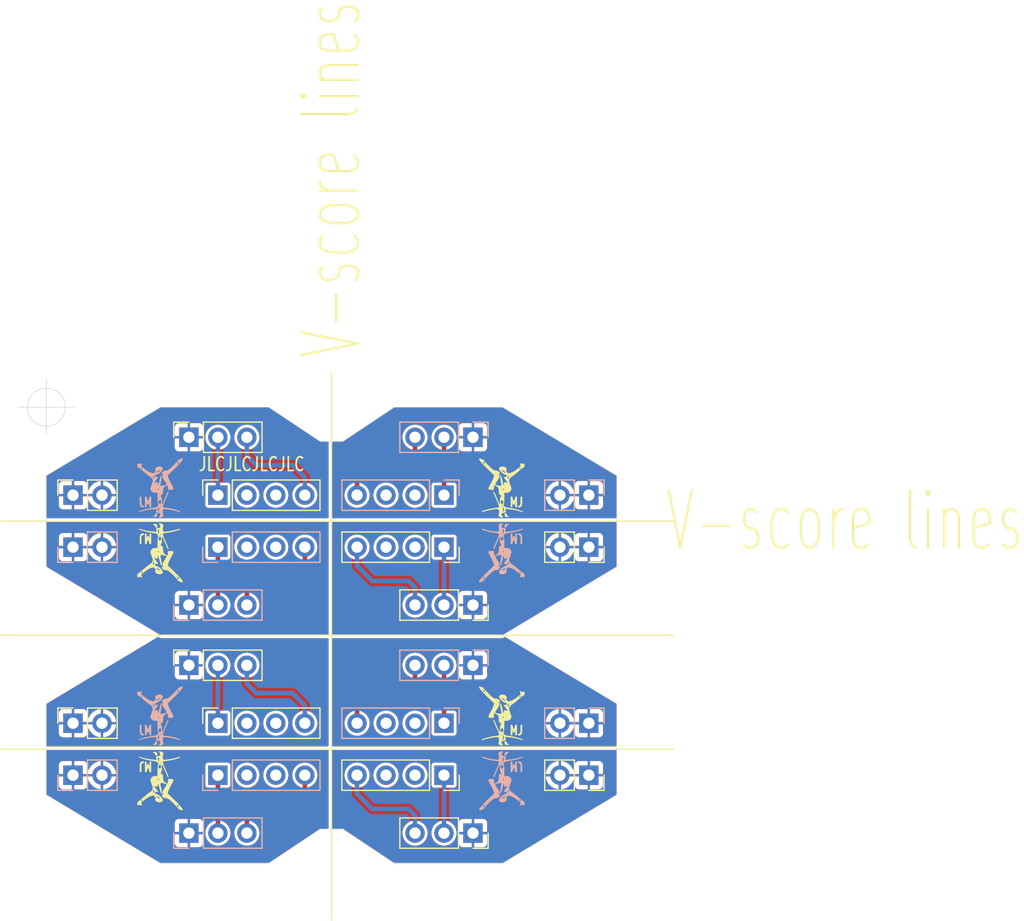
<source format=kicad_pcb>
(kicad_pcb (version 20240108) (generator "pcbnew") (generator_version "8.0")
  (title_block (title "87DC3_201 Bridge board") (date "2020-11-28") (rev "r0.1") (company "MaJo SS2k"))
  (layers (0 "F.Cu" signal) (31 "B.Cu" signal) (34 "B.Paste" user) (35 "F.Paste" user) (36 "B.SilkS" user "B.Silkscreen") (37 "F.SilkS" user "F.Silkscreen") (38 "B.Mask" user) (39 "F.Mask" user) (44 "Edge.Cuts" user))
  (net 0 "")
  (net 1 "Net-(J102-Pad4)")
  (net 2 "Net-(J102-Pad3)")
  (net 3 "Net-(J102-Pad2)")
  (net 4 "Net-(J102-Pad1)")
  (net 5 "Net-(J105-Pad4)")
  (net 6 "Net-(J105-Pad3)")
  (net 7 "Net-(J105-Pad2)")
  (net 8 "Net-(J105-Pad1)")
  (net 9 "Net-(J108-Pad4)")
  (net 10 "Net-(J108-Pad3)")
  (net 11 "Net-(J108-Pad2)")
  (net 12 "Net-(J108-Pad1)")
  (net 13 "Net-(J110-Pad4)")
  (net 14 "Net-(J110-Pad3)")
  (net 15 "Net-(J110-Pad2)")
  (net 16 "Net-(J110-Pad1)")
  (net 17 "/COM_1")
  (net 18 "/COM_2")
  (net 19 "/COM_3")
  (net 20 "/COM_4")
  (footprint "Connector_PinSocket_2.54mm:PinSocket_1x04_P2.54mm_Vertical" (layer "F.Cu") (at 115.04 57.715 90)
    (property "Reference" "J102" (hide yes))
    (property "Value" "Conn_01x04")
    (pad "1" thru_hole rect (at 0 0 90) (size 1.7 1.7) (drill 1) (layers "*.Cu" "*.Mask") (net 4 "Net-(J102-Pad1)"))
    (pad "2" thru_hole oval (at 0 2.54 90) (size 1.7 1.7) (drill 1) (layers "*.Cu" "*.Mask") (net 3 "Net-(J102-Pad2)"))
    (pad "3" thru_hole oval (at 0 5.08 90) (size 1.7 1.7) (drill 1) (layers "*.Cu" "*.Mask") (net 2 "Net-(J102-Pad3)"))
    (pad "4" thru_hole oval (at 0 7.62 90) (size 1.7 1.7) (drill 1) (layers "*.Cu" "*.Mask") (net 1 "Net-(J102-Pad4)"))
  )
  (footprint "Connector_PinSocket_2.54mm:PinSocket_1x03_P2.54mm_Vertical" (layer "F.Cu") (at 112.5 52.635 90)
    (property "Reference" "J103" (hide yes))
    (property "Value" "Conn_01x03")
    (pad "1" thru_hole rect (at 0 0 90) (size 1.7 1.7) (drill 1) (layers "*.Cu" "*.Mask") (net 17 "/COM_1"))
    (pad "2" thru_hole oval (at 0 2.54 90) (size 1.7 1.7) (drill 1) (layers "*.Cu" "*.Mask") (net 4 "Net-(J102-Pad1)"))
    (pad "3" thru_hole oval (at 0 5.08 90) (size 1.7 1.7) (drill 1) (layers "*.Cu" "*.Mask") (net 1 "Net-(J102-Pad4)"))
  )
  (footprint "customlib_mj_fp:MJ_Mini" (layer "F.Cu") (at 139.94 57.08)
    (property "Reference" "Logo102" (hide yes))
    (property "Value" "Logo_MJ" (hide yes))
  )
  (footprint "Connector_PinSocket_2.54mm:PinSocket_1x02_P2.54mm_Vertical" (layer "F.Cu") (at 102.34 57.715 90)
    (property "Reference" "J101" (hide yes))
    (property "Value" "Conn_01x02")
    (pad "1" thru_hole rect (at 0 0 90) (size 1.7 1.7) (drill 1) (layers "*.Cu" "*.Mask") (net 17 "/COM_1"))
    (pad "2" thru_hole oval (at 0 2.54 90) (size 1.7 1.7) (drill 1) (layers "*.Cu" "*.Mask") (net 17 "/COM_1"))
  )
  (footprint "Connector_PinSocket_2.54mm:PinSocket_1x02_P2.54mm_Vertical" (layer "F.Cu") (at 147.56 62.275 -90)
    (property "Reference" "J109" (hide yes))
    (property "Value" "Conn_01x02")
    (pad "1" thru_hole rect (at 0 0 270) (size 1.7 1.7) (drill 1) (layers "*.Cu" "*.Mask") (net 20 "/COM_4"))
    (pad "2" thru_hole oval (at 0 2.54 270) (size 1.7 1.7) (drill 1) (layers "*.Cu" "*.Mask") (net 20 "/COM_4"))
  )
  (footprint "Connector_PinSocket_2.54mm:PinSocket_1x04_P2.54mm_Vertical" (layer "F.Cu") (at 134.86 62.275 -90)
    (property "Reference" "J110" (hide yes))
    (property "Value" "Conn_01x04")
    (pad "1" thru_hole rect (at 0 0 270) (size 1.7 1.7) (drill 1) (layers "*.Cu" "*.Mask") (net 16 "Net-(J110-Pad1)"))
    (pad "2" thru_hole oval (at 0 2.54 270) (size 1.7 1.7) (drill 1) (layers "*.Cu" "*.Mask") (net 15 "Net-(J110-Pad2)"))
    (pad "3" thru_hole oval (at 0 5.08 270) (size 1.7 1.7) (drill 1) (layers "*.Cu" "*.Mask") (net 14 "Net-(J110-Pad3)"))
    (pad "4" thru_hole oval (at 0 7.62 270) (size 1.7 1.7) (drill 1) (layers "*.Cu" "*.Mask") (net 13 "Net-(J110-Pad4)"))
  )
  (footprint "Connector_PinSocket_2.54mm:PinSocket_1x03_P2.54mm_Vertical" (layer "F.Cu") (at 137.4 67.355 -90)
    (property "Reference" "J112" (hide yes))
    (property "Value" "Conn_01x03")
    (pad "1" thru_hole rect (at 0 0 270) (size 1.7 1.7) (drill 1) (layers "*.Cu" "*.Mask") (net 20 "/COM_4"))
    (pad "2" thru_hole oval (at 0 2.54 270) (size 1.7 1.7) (drill 1) (layers "*.Cu" "*.Mask") (net 16 "Net-(J110-Pad1)"))
    (pad "3" thru_hole oval (at 0 5.08 270) (size 1.7 1.7) (drill 1) (layers "*.Cu" "*.Mask") (net 13 "Net-(J110-Pad4)"))
  )
  (footprint "customlib_mj_fp:MJ_Mini" (layer "F.Cu") (at 109.96 62.775 180)
    (property "Reference" "Logo103" (hide yes))
    (property "Value" "Logo_MJ" (hide yes))
  )
  (footprint "Connector_PinSocket_2.54mm:PinSocket_1x04_P2.54mm_Vertical" (layer "F.Cu") (at 115.04 77.715 90)
    (property "Reference" "J102" (hide yes))
    (property "Value" "Conn_01x04")
    (pad "1" thru_hole rect (at 0 0 90) (size 1.7 1.7) (drill 1) (layers "*.Cu" "*.Mask") (net 4 "Net-(J102-Pad1)"))
    (pad "2" thru_hole oval (at 0 2.54 90) (size 1.7 1.7) (drill 1) (layers "*.Cu" "*.Mask") (net 3 "Net-(J102-Pad2)"))
    (pad "3" thru_hole oval (at 0 5.08 90) (size 1.7 1.7) (drill 1) (layers "*.Cu" "*.Mask") (net 2 "Net-(J102-Pad3)"))
    (pad "4" thru_hole oval (at 0 7.62 90) (size 1.7 1.7) (drill 1) (layers "*.Cu" "*.Mask") (net 1 "Net-(J102-Pad4)"))
  )
  (footprint "customlib_mj_fp:MJ_Mini" (layer "F.Cu") (at 139.94 77.08)
    (property "Reference" "Logo102" (hide yes))
    (property "Value" "Logo_MJ" (hide yes))
  )
  (footprint "Connector_PinSocket_2.54mm:PinSocket_1x03_P2.54mm_Vertical" (layer "F.Cu") (at 112.5 72.635 90)
    (property "Reference" "J103" (hide yes))
    (property "Value" "Conn_01x03")
    (pad "1" thru_hole rect (at 0 0 90) (size 1.7 1.7) (drill 1) (layers "*.Cu" "*.Mask") (net 17 "/COM_1"))
    (pad "2" thru_hole oval (at 0 2.54 90) (size 1.7 1.7) (drill 1) (layers "*.Cu" "*.Mask") (net 4 "Net-(J102-Pad1)"))
    (pad "3" thru_hole oval (at 0 5.08 90) (size 1.7 1.7) (drill 1) (layers "*.Cu" "*.Mask") (net 1 "Net-(J102-Pad4)"))
  )
  (footprint "Connector_PinSocket_2.54mm:PinSocket_1x03_P2.54mm_Vertical" (layer "F.Cu") (at 137.4 87.355 -90)
    (property "Reference" "J112" (hide yes))
    (property "Value" "Conn_01x03")
    (pad "1" thru_hole rect (at 0 0 270) (size 1.7 1.7) (drill 1) (layers "*.Cu" "*.Mask") (net 20 "/COM_4"))
    (pad "2" thru_hole oval (at 0 2.54 270) (size 1.7 1.7) (drill 1) (layers "*.Cu" "*.Mask") (net 16 "Net-(J110-Pad1)"))
    (pad "3" thru_hole oval (at 0 5.08 270) (size 1.7 1.7) (drill 1) (layers "*.Cu" "*.Mask") (net 13 "Net-(J110-Pad4)"))
  )
  (footprint "Connector_PinSocket_2.54mm:PinSocket_1x02_P2.54mm_Vertical" (layer "F.Cu") (at 102.34 77.715 90)
    (property "Reference" "J101" (hide yes))
    (property "Value" "Conn_01x02")
    (pad "1" thru_hole rect (at 0 0 90) (size 1.7 1.7) (drill 1) (layers "*.Cu" "*.Mask") (net 17 "/COM_1"))
    (pad "2" thru_hole oval (at 0 2.54 90) (size 1.7 1.7) (drill 1) (layers "*.Cu" "*.Mask") (net 17 "/COM_1"))
  )
  (footprint "Connector_PinSocket_2.54mm:PinSocket_1x04_P2.54mm_Vertical" (layer "F.Cu") (at 134.86 82.275 -90)
    (property "Reference" "J110" (hide yes))
    (property "Value" "Conn_01x04")
    (pad "1" thru_hole rect (at 0 0 270) (size 1.7 1.7) (drill 1) (layers "*.Cu" "*.Mask") (net 16 "Net-(J110-Pad1)"))
    (pad "2" thru_hole oval (at 0 2.54 270) (size 1.7 1.7) (drill 1) (layers "*.Cu" "*.Mask") (net 15 "Net-(J110-Pad2)"))
    (pad "3" thru_hole oval (at 0 5.08 270) (size 1.7 1.7) (drill 1) (layers "*.Cu" "*.Mask") (net 14 "Net-(J110-Pad3)"))
    (pad "4" thru_hole oval (at 0 7.62 270) (size 1.7 1.7) (drill 1) (layers "*.Cu" "*.Mask") (net 13 "Net-(J110-Pad4)"))
  )
  (footprint "Connector_PinSocket_2.54mm:PinSocket_1x02_P2.54mm_Vertical" (layer "F.Cu") (at 147.56 82.275 -90)
    (property "Reference" "J109" (hide yes))
    (property "Value" "Conn_01x02")
    (pad "1" thru_hole rect (at 0 0 270) (size 1.7 1.7) (drill 1) (layers "*.Cu" "*.Mask") (net 20 "/COM_4"))
    (pad "2" thru_hole oval (at 0 2.54 270) (size 1.7 1.7) (drill 1) (layers "*.Cu" "*.Mask") (net 20 "/COM_4"))
  )
  (footprint "customlib_mj_fp:MJ_Mini" (layer "F.Cu") (at 109.96 82.775 180)
    (property "Reference" "Logo103" (hide yes))
    (property "Value" "Logo_MJ" (hide yes))
  )
  (footprint "Connector_PinSocket_2.54mm:PinSocket_1x02_P2.54mm_Vertical" (layer "B.Cu") (at 147.56 57.715 90)
    (property "Reference" "J104" (hide yes))
    (property "Value" "Conn_01x02")
    (pad "1" thru_hole rect (at 0 0 90) (size 1.7 1.7) (drill 1) (layers "*.Cu" "*.Mask") (net 18 "/COM_2"))
    (pad "2" thru_hole oval (at 0 -2.54 90) (size 1.7 1.7) (drill 1) (layers "*.Cu" "*.Mask") (net 18 "/COM_2"))
  )
  (footprint "Connector_PinSocket_2.54mm:PinSocket_1x04_P2.54mm_Vertical" (layer "B.Cu") (at 134.86 57.715 90)
    (property "Reference" "J105" (hide yes))
    (property "Value" "Conn_01x04")
    (pad "1" thru_hole rect (at 0 0 90) (size 1.7 1.7) (drill 1) (layers "*.Cu" "*.Mask") (net 8 "Net-(J105-Pad1)"))
    (pad "2" thru_hole oval (at 0 -2.54 90) (size 1.7 1.7) (drill 1) (layers "*.Cu" "*.Mask") (net 7 "Net-(J105-Pad2)"))
    (pad "3" thru_hole oval (at 0 -5.08 90) (size 1.7 1.7) (drill 1) (layers "*.Cu" "*.Mask") (net 6 "Net-(J105-Pad3)"))
    (pad "4" thru_hole oval (at 0 -7.62 90) (size 1.7 1.7) (drill 1) (layers "*.Cu" "*.Mask") (net 5 "Net-(J105-Pad4)"))
  )
  (footprint "Connector_PinSocket_2.54mm:PinSocket_1x03_P2.54mm_Vertical" (layer "B.Cu") (at 137.4 52.635 90)
    (property "Reference" "J106" (hide yes))
    (property "Value" "Conn_01x03")
    (pad "1" thru_hole rect (at 0 0 90) (size 1.7 1.7) (drill 1) (layers "*.Cu" "*.Mask") (net 18 "/COM_2"))
    (pad "2" thru_hole oval (at 0 -2.54 90) (size 1.7 1.7) (drill 1) (layers "*.Cu" "*.Mask") (net 8 "Net-(J105-Pad1)"))
    (pad "3" thru_hole oval (at 0 -5.08 90) (size 1.7 1.7) (drill 1) (layers "*.Cu" "*.Mask") (net 5 "Net-(J105-Pad4)"))
  )
  (footprint "customlib_mj_fp:MJ_Mini" (layer "B.Cu") (at 109.96 57.08 180)
    (property "Reference" "Logo101" (hide yes))
    (property "Value" "Logo_MJ" (hide yes))
  )
  (footprint "Connector_PinSocket_2.54mm:PinSocket_1x02_P2.54mm_Vertical" (layer "B.Cu") (at 102.34 62.275 -90)
    (property "Reference" "J107" (hide yes))
    (property "Value" "Conn_01x02")
    (pad "1" thru_hole rect (at 0 0 270) (size 1.7 1.7) (drill 1) (layers "*.Cu" "*.Mask") (net 19 "/COM_3"))
    (pad "2" thru_hole oval (at 0 -2.54 270) (size 1.7 1.7) (drill 1) (layers "*.Cu" "*.Mask") (net 19 "/COM_3"))
  )
  (footprint "Connector_PinSocket_2.54mm:PinSocket_1x04_P2.54mm_Vertical" (layer "B.Cu") (at 115.04 62.275 -90)
    (property "Reference" "J108" (hide yes))
    (property "Value" "Conn_01x04")
    (pad "1" thru_hole rect (at 0 0 270) (size 1.7 1.7) (drill 1) (layers "*.Cu" "*.Mask") (net 12 "Net-(J108-Pad1)"))
    (pad "2" thru_hole oval (at 0 -2.54 270) (size 1.7 1.7) (drill 1) (layers "*.Cu" "*.Mask") (net 11 "Net-(J108-Pad2)"))
    (pad "3" thru_hole oval (at 0 -5.08 270) (size 1.7 1.7) (drill 1) (layers "*.Cu" "*.Mask") (net 10 "Net-(J108-Pad3)"))
    (pad "4" thru_hole oval (at 0 -7.62 270) (size 1.7 1.7) (drill 1) (layers "*.Cu" "*.Mask") (net 9 "Net-(J108-Pad4)"))
  )
  (footprint "Connector_PinSocket_2.54mm:PinSocket_1x03_P2.54mm_Vertical" (layer "B.Cu") (at 112.5 67.355 -90)
    (property "Reference" "J111" (hide yes))
    (property "Value" "Conn_01x03")
    (pad "1" thru_hole rect (at 0 0 270) (size 1.7 1.7) (drill 1) (layers "*.Cu" "*.Mask") (net 19 "/COM_3"))
    (pad "2" thru_hole oval (at 0 -2.54 270) (size 1.7 1.7) (drill 1) (layers "*.Cu" "*.Mask") (net 12 "Net-(J108-Pad1)"))
    (pad "3" thru_hole oval (at 0 -5.08 270) (size 1.7 1.7) (drill 1) (layers "*.Cu" "*.Mask") (net 9 "Net-(J108-Pad4)"))
  )
  (footprint "customlib_mj_fp:MJ_Mini" (layer "B.Cu") (at 139.94 62.775)
    (property "Reference" "Logo104" (hide yes))
    (property "Value" "Logo_MJ" (hide yes))
  )
  (footprint "Connector_PinSocket_2.54mm:PinSocket_1x03_P2.54mm_Vertical" (layer "B.Cu") (at 112.5 87.355 -90)
    (property "Reference" "J111" (hide yes))
    (property "Value" "Conn_01x03")
    (pad "1" thru_hole rect (at 0 0 270) (size 1.7 1.7) (drill 1) (layers "*.Cu" "*.Mask") (net 19 "/COM_3"))
    (pad "2" thru_hole oval (at 0 -2.54 270) (size 1.7 1.7) (drill 1) (layers "*.Cu" "*.Mask") (net 12 "Net-(J108-Pad1)"))
    (pad "3" thru_hole oval (at 0 -5.08 270) (size 1.7 1.7) (drill 1) (layers "*.Cu" "*.Mask") (net 9 "Net-(J108-Pad4)"))
  )
  (footprint "Connector_PinSocket_2.54mm:PinSocket_1x02_P2.54mm_Vertical" (layer "B.Cu") (at 102.34 82.275 -90)
    (property "Reference" "J107" (hide yes))
    (property "Value" "Conn_01x02")
    (pad "1" thru_hole rect (at 0 0 270) (size 1.7 1.7) (drill 1) (layers "*.Cu" "*.Mask") (net 19 "/COM_3"))
    (pad "2" thru_hole oval (at 0 -2.54 270) (size 1.7 1.7) (drill 1) (layers "*.Cu" "*.Mask") (net 19 "/COM_3"))
  )
  (footprint "customlib_mj_fp:MJ_Mini" (layer "B.Cu") (at 139.94 82.775)
    (property "Reference" "Logo104" (hide yes))
    (property "Value" "Logo_MJ" (hide yes))
  )
  (footprint "customlib_mj_fp:MJ_Mini" (layer "B.Cu") (at 109.96 77.08 180)
    (property "Reference" "Logo101" (hide yes))
    (property "Value" "Logo_MJ" (hide yes))
  )
  (footprint "Connector_PinSocket_2.54mm:PinSocket_1x03_P2.54mm_Vertical" (layer "B.Cu") (at 137.4 72.635 90)
    (property "Reference" "J106" (hide yes))
    (property "Value" "Conn_01x03")
    (pad "1" thru_hole rect (at 0 0 90) (size 1.7 1.7) (drill 1) (layers "*.Cu" "*.Mask") (net 18 "/COM_2"))
    (pad "2" thru_hole oval (at 0 -2.54 90) (size 1.7 1.7) (drill 1) (layers "*.Cu" "*.Mask") (net 8 "Net-(J105-Pad1)"))
    (pad "3" thru_hole oval (at 0 -5.08 90) (size 1.7 1.7) (drill 1) (layers "*.Cu" "*.Mask") (net 5 "Net-(J105-Pad4)"))
  )
  (footprint "Connector_PinSocket_2.54mm:PinSocket_1x02_P2.54mm_Vertical" (layer "B.Cu") (at 147.56 77.715 90)
    (property "Reference" "J104" (hide yes))
    (property "Value" "Conn_01x02")
    (pad "1" thru_hole rect (at 0 0 90) (size 1.7 1.7) (drill 1) (layers "*.Cu" "*.Mask") (net 18 "/COM_2"))
    (pad "2" thru_hole oval (at 0 -2.54 90) (size 1.7 1.7) (drill 1) (layers "*.Cu" "*.Mask") (net 18 "/COM_2"))
  )
  (footprint "Connector_PinSocket_2.54mm:PinSocket_1x04_P2.54mm_Vertical" (layer "B.Cu") (at 134.86 77.715 90)
    (property "Reference" "J105" (hide yes))
    (property "Value" "Conn_01x04")
    (pad "1" thru_hole rect (at 0 0 90) (size 1.7 1.7) (drill 1) (layers "*.Cu" "*.Mask") (net 8 "Net-(J105-Pad1)"))
    (pad "2" thru_hole oval (at 0 -2.54 90) (size 1.7 1.7) (drill 1) (layers "*.Cu" "*.Mask") (net 7 "Net-(J105-Pad2)"))
    (pad "3" thru_hole oval (at 0 -5.08 90) (size 1.7 1.7) (drill 1) (layers "*.Cu" "*.Mask") (net 6 "Net-(J105-Pad3)"))
    (pad "4" thru_hole oval (at 0 -7.62 90) (size 1.7 1.7) (drill 1) (layers "*.Cu" "*.Mask") (net 5 "Net-(J105-Pad4)"))
  )
  (footprint "Connector_PinSocket_2.54mm:PinSocket_1x04_P2.54mm_Vertical" (layer "B.Cu") (at 115.04 82.275 -90)
    (property "Reference" "J108" (hide yes))
    (property "Value" "Conn_01x04")
    (pad "1" thru_hole rect (at 0 0 270) (size 1.7 1.7) (drill 1) (layers "*.Cu" "*.Mask") (net 12 "Net-(J108-Pad1)"))
    (pad "2" thru_hole oval (at 0 -2.54 270) (size 1.7 1.7) (drill 1) (layers "*.Cu" "*.Mask") (net 11 "Net-(J108-Pad2)"))
    (pad "3" thru_hole oval (at 0 -5.08 270) (size 1.7 1.7) (drill 1) (layers "*.Cu" "*.Mask") (net 10 "Net-(J108-Pad3)"))
    (pad "4" thru_hole oval (at 0 -7.62 270) (size 1.7 1.7) (drill 1) (layers "*.Cu" "*.Mask") (net 9 "Net-(J108-Pad4)"))
  )
  (gr_line (start 96 70) (end 155 70) (stroke (width 0.12)) (layer "F.SilkS"))
  (gr_line (start 96 80) (end 155 80) (stroke (width 0.12)) (layer "F.SilkS"))
  (gr_line (start 125 95) (end 125 47) (stroke (width 0.12)) (layer "F.SilkS"))
  (gr_line (start 96 60) (end 155 60) (stroke (width 0.12)) (layer "F.SilkS"))
  (gr_line (start 100 56) (end 100 64) (stroke (width 0.05)) (layer "Edge.Cuts"))
  (gr_line (start 130.5 50) (end 140 50) (stroke (width 0.05)) (layer "Edge.Cuts"))
  (gr_line (start 100 76) (end 110 70) (stroke (width 0.05)) (layer "Edge.Cuts"))
  (gr_line (start 119.5 90) (end 124 87) (stroke (width 0.05)) (layer "Edge.Cuts"))
  (gr_line (start 150 84) (end 140 90) (stroke (width 0.05)) (layer "Edge.Cuts"))
  (gr_line (start 150 76) (end 140 70) (stroke (width 0.05)) (layer "Edge.Cuts"))
  (gr_line (start 130.5 90) (end 140 90) (stroke (width 0.05)) (layer "Edge.Cuts"))
  (gr_line (start 100 84) (end 110 90) (stroke (width 0.05)) (layer "Edge.Cuts"))
  (gr_line (start 100 76) (end 100 84) (stroke (width 0.05)) (layer "Edge.Cuts"))
  (gr_line (start 126 87) (end 130.5 90) (stroke (width 0.05)) (layer "Edge.Cuts"))
  (gr_line (start 124 87) (end 126 87) (stroke (width 0.05)) (layer "Edge.Cuts"))
  (gr_line (start 119.5 90) (end 110 90) (stroke (width 0.05)) (layer "Edge.Cuts"))
  (gr_line (start 150 84) (end 150 76) (stroke (width 0.05)) (layer "Edge.Cuts"))
  (gr_line (start 126 53) (end 130.5 50) (stroke (width 0.05)) (layer "Edge.Cuts"))
  (gr_line (start 100 56) (end 110 50) (stroke (width 0.05)) (layer "Edge.Cuts"))
  (gr_line (start 150 56) (end 140 50) (stroke (width 0.05)) (layer "Edge.Cuts"))
  (gr_line (start 119.5 50) (end 124 53) (stroke (width 0.05)) (layer "Edge.Cuts"))
  (gr_line (start 119.5 50) (end 110 50) (stroke (width 0.05)) (layer "Edge.Cuts"))
  (gr_line (start 150 64) (end 150 56) (stroke (width 0.05)) (layer "Edge.Cuts"))
  (gr_line (start 124 53) (end 126 53) (stroke (width 0.05)) (layer "Edge.Cuts"))
  (gr_line (start 100 64) (end 110 70) (stroke (width 0.05)) (layer "Edge.Cuts"))
  (gr_line (start 150 64) (end 140 70) (stroke (width 0.05)) (layer "Edge.Cuts"))
  (gr_text "MJ" (at 141.21 61.505 180) (layer "B.SilkS") (effects (font (size 0.8 0.6)) (justify mirror)))
  (gr_text "MJ" (at 108.69 78.35 0) (layer "B.SilkS") (effects (font (size 0.8 0.6)) (justify mirror)))
  (gr_text "MJ" (at 141.21 81.505 180) (layer "B.SilkS") (effects (font (size 0.8 0.6)) (justify mirror)))
  (gr_text "MJ" (at 108.69 58.35 0) (layer "B.SilkS") (effects (font (size 0.8 0.6)) (justify mirror)))
  (gr_text "V-score lines" (at 125 30 90) (layer "F.SilkS") (effects (font (size 5 3) (thickness 0.2))))
  (gr_text "MJ" (at 141.21 58.35 0) (layer "F.SilkS") (effects (font (size 0.8 0.6))))
  (gr_text "MJ" (at 108.69 61.505 180) (layer "F.SilkS") (effects (font (size 0.8 0.6))))
  (gr_text "MJ" (at 141.21 78.35 0) (layer "F.SilkS") (effects (font (size 0.8 0.6))))
  (gr_text "MJ" (at 108.69 81.505 180) (layer "F.SilkS") (effects (font (size 0.8 0.6))))
  (gr_text "JLCJLCJLCJLC" (at 118 55 0) (layer "F.SilkS") (effects (font (size 1.2 0.9))))
  (gr_text "V-score lines" (at 170 60 0) (layer "F.SilkS") (effects (font (size 5 3) (thickness 0.2))))
  (target plus (at 100 50) (size 5) (width 0.05) (layer "Edge.Cuts"))
  (segment (start 121.59 75.08) (end 122.66 76.15) (width 0.4) (layer "B.Cu") (net 1))
  (segment (start 117.58 74.245) (end 118.415 75.08) (width 0.4) (layer "B.Cu") (net 1))
  (segment (start 117.58 72.635) (end 117.58 74.245) (width 0.4) (layer "B.Cu") (net 1))
  (segment (start 122.66 76.15) (end 122.66 77.715) (width 0.4) (layer "B.Cu") (net 1))
  (segment (start 118.415 75.08) (end 121.59 75.08) (width 0.4) (layer "B.Cu") (net 1))
  (segment (start 117.58 52.635) (end 117.58 54.245) (width 0.4) (layer "B.Cu") (net 1))
  (segment (start 117.58 54.245) (end 118.415 55.08) (width 0.4) (layer "B.Cu") (net 1))
  (segment (start 118.415 55.08) (end 121.59 55.08) (width 0.4) (layer "B.Cu") (net 1))
  (segment (start 121.59 55.08) (end 122.66 56.15) (width 0.4) (layer "B.Cu") (net 1))
  (segment (start 122.66 56.15) (end 122.66 57.715) (width 0.4) (layer "B.Cu") (net 1))
  (segment (start 115.04 72.635) (end 115.04 77.715) (width 0.4) (layer "B.Cu") (net 4))
  (segment (start 115.04 52.635) (end 115.04 57.715) (width 0.4) (layer "B.Cu") (net 4))
  (segment (start 131.75 75.08) (end 127.94 75.08) (width 0.4) (layer "F.Cu") (net 5))
  (segment (start 127.24 75.78) (end 127.24 77.715) (width 0.4) (layer "F.Cu") (net 5))
  (segment (start 127.94 75.08) (end 127.24 75.78) (width 0.4) (layer "F.Cu") (net 5))
  (segment (start 132.32 74.51) (end 131.75 75.08) (width 0.4) (layer "F.Cu") (net 5))
  (segment (start 132.32 72.635) (end 132.32 74.51) (width 0.4) (layer "F.Cu") (net 5))
  (segment (start 132.32 54.51) (end 131.75 55.08) (width 0.4) (layer "F.Cu") (net 5))
  (segment (start 127.94 55.08) (end 127.24 55.78) (width 0.4) (layer "F.Cu") (net 5))
  (segment (start 132.32 52.635) (end 132.32 54.51) (width 0.4) (layer "F.Cu") (net 5))
  (segment (start 131.75 55.08) (end 127.94 55.08) (width 0.4) (layer "F.Cu") (net 5))
  (segment (start 127.24 55.78) (end 127.24 57.715) (width 0.4) (layer "F.Cu") (net 5))
  (segment (start 134.86 72.635) (end 134.86 77.715) (width 0.4) (layer "F.Cu") (net 8))
  (segment (start 134.86 52.635) (end 134.86 57.715) (width 0.4) (layer "F.Cu") (net 8))
  (segment (start 122.225 84.605) (end 122.66 84.17) (width 0.4) (layer "F.Cu") (net 9))
  (segment (start 118.415 84.605) (end 122.225 84.605) (width 0.4) (layer "F.Cu") (net 9))
  (segment (start 122.66 84.17) (end 122.66 82.275) (width 0.4) (layer "F.Cu") (net 9))
  (segment (start 117.58 87.355) (end 117.58 85.44) (width 0.4) (layer "F.Cu") (net 9))
  (segment (start 117.58 85.44) (end 118.415 84.605) (width 0.4) (layer "F.Cu") (net 9))
  (segment (start 117.58 67.355) (end 117.58 65.44) (width 0.4) (layer "F.Cu") (net 9))
  (segment (start 122.66 64.17) (end 122.66 62.275) (width 0.4) (layer "F.Cu") (net 9))
  (segment (start 118.415 64.605) (end 122.225 64.605) (width 0.4) (layer "F.Cu") (net 9))
  (segment (start 122.225 64.605) (end 122.66 64.17) (width 0.4) (layer "F.Cu") (net 9))
  (segment (start 117.58 65.44) (end 118.415 64.605) (width 0.4) (layer "F.Cu") (net 9))
  (segment (start 115.04 82.275) (end 115.04 87.355) (width 0.4) (layer "F.Cu") (net 12))
  (segment (start 115.04 62.275) (end 115.04 67.355) (width 0.4) (layer "F.Cu") (net 12))
  (segment (start 132.32 85.81) (end 131.75 85.24) (width 0.4) (layer "B.Cu") (net 13))
  (segment (start 131.75 85.24) (end 128.575 85.24) (width 0.4) (layer "B.Cu") (net 13))
  (segment (start 128.575 85.24) (end 127.24 83.905) (width 0.4) (layer "B.Cu") (net 13))
  (segment (start 132.32 87.355) (end 132.32 85.81) (width 0.4) (layer "B.Cu") (net 13))
  (segment (start 127.24 83.905) (end 127.24 82.275) (width 0.4) (layer "B.Cu") (net 13))
  (segment (start 132.32 67.355) (end 132.32 65.81) (width 0.4) (layer "B.Cu") (net 13))
  (segment (start 128.575 65.24) (end 127.24 63.905) (width 0.4) (layer "B.Cu") (net 13))
  (segment (start 127.24 63.905) (end 127.24 62.275) (width 0.4) (layer "B.Cu") (net 13))
  (segment (start 131.75 65.24) (end 128.575 65.24) (width 0.4) (layer "B.Cu") (net 13))
  (segment (start 132.32 65.81) (end 131.75 65.24) (width 0.4) (layer "B.Cu") (net 13))
  (segment (start 134.86 87.355) (end 134.86 82.275) (width 0.4) (layer "B.Cu") (net 16))
  (segment (start 134.86 67.355) (end 134.86 62.275) (width 0.4) (layer "B.Cu") (net 16))
  (zone (net 17) (net_name "/COM_1") (layer "F.Cu") (priority 1) (connect_pads (clearance 0.25)) (min_thickness 0.15) (fill yes (thermal_gap 0.4) (thermal_bridge_width 0.2))
    (polygon (pts (xy 125 80) (xy 100 80) (xy 100 70) (xy 125 70)))
  )
  (zone (net 18) (net_name "/COM_2") (layer "F.Cu") (priority 2) (connect_pads (clearance 0.25)) (min_thickness 0.15) (fill yes (thermal_gap 0.4) (thermal_bridge_width 0.2))
    (polygon (pts (xy 150 80) (xy 125 80) (xy 125 70) (xy 150 70)))
  )
  (zone (net 19) (net_name "/COM_3") (layer "F.Cu") (priority 3) (connect_pads (clearance 0.25)) (min_thickness 0.15) (fill yes (thermal_gap 0.4) (thermal_bridge_width 0.2))
    (polygon (pts (xy 125 90) (xy 100 90) (xy 100 80) (xy 125 80)))
  )
  (zone (net 20) (net_name "/COM_4") (layer "F.Cu") (priority 4) (connect_pads (clearance 0.25)) (min_thickness 0.15) (fill yes (thermal_gap 0.4) (thermal_bridge_width 0.2))
    (polygon (pts (xy 150 90) (xy 125 90) (xy 125 80) (xy 150 80)))
  )
  (zone (net 19) (net_name "/COM_3") (layer "F.Cu") (priority 3) (connect_pads (clearance 0.25)) (min_thickness 0.15) (fill yes (thermal_gap 0.4) (thermal_bridge_width 0.2))
    (polygon (pts (xy 125 70) (xy 100 70) (xy 100 60) (xy 125 60)))
  )
  (zone (net 17) (net_name "/COM_1") (layer "F.Cu") (priority 1) (connect_pads (clearance 0.25)) (min_thickness 0.15) (fill yes (thermal_gap 0.4) (thermal_bridge_width 0.2))
    (polygon (pts (xy 125 60) (xy 100 60) (xy 100 50) (xy 125 50)))
  )
  (zone (net 18) (net_name "/COM_2") (layer "F.Cu") (priority 2) (connect_pads (clearance 0.25)) (min_thickness 0.15) (fill yes (thermal_gap 0.4) (thermal_bridge_width 0.2))
    (polygon (pts (xy 150 60) (xy 125 60) (xy 125 50) (xy 150 50)))
  )
  (zone (net 20) (net_name "/COM_4") (layer "F.Cu") (priority 4) (connect_pads (clearance 0.25)) (min_thickness 0.15) (fill yes (thermal_gap 0.4) (thermal_bridge_width 0.2))
    (polygon (pts (xy 150 70) (xy 125 70) (xy 125 60) (xy 150 60)))
  )
  (zone (net 20) (net_name "/COM_4") (layer "B.Cu") (priority 4) (connect_pads (clearance 0.25)) (min_thickness 0.15) (fill yes (thermal_gap 0.4) (thermal_bridge_width 0.2))
    (polygon (pts (xy 150 90) (xy 125 90) (xy 125 80) (xy 150 80)))
  )
  (zone (net 17) (net_name "/COM_1") (layer "B.Cu") (priority 1) (connect_pads (clearance 0.25)) (min_thickness 0.15) (fill yes (thermal_gap 0.4) (thermal_bridge_width 0.2))
    (polygon (pts (xy 125 80) (xy 100 80) (xy 100 70) (xy 125 70)))
  )
  (zone (net 18) (net_name "/COM_2") (layer "B.Cu") (priority 2) (connect_pads (clearance 0.25)) (min_thickness 0.15) (fill yes (thermal_gap 0.4) (thermal_bridge_width 0.2))
    (polygon (pts (xy 150 80) (xy 125 80) (xy 125 70) (xy 150 70)))
  )
  (zone (net 19) (net_name "/COM_3") (layer "B.Cu") (priority 3) (connect_pads (clearance 0.25)) (min_thickness 0.15) (fill yes (thermal_gap 0.4) (thermal_bridge_width 0.2))
    (polygon (pts (xy 125 90) (xy 100 90) (xy 100 80) (xy 125 80)))
  )
  (zone (net 17) (net_name "/COM_1") (layer "B.Cu") (priority 1) (connect_pads (clearance 0.25)) (min_thickness 0.15) (fill yes (thermal_gap 0.4) (thermal_bridge_width 0.2))
    (polygon (pts (xy 125 60) (xy 100 60) (xy 100 50) (xy 125 50)))
  )
  (zone (net 20) (net_name "/COM_4") (layer "B.Cu") (priority 4) (connect_pads (clearance 0.25)) (min_thickness 0.15) (fill yes (thermal_gap 0.4) (thermal_bridge_width 0.2))
    (polygon (pts (xy 150 70) (xy 125 70) (xy 125 60) (xy 150 60)))
  )
  (zone (net 18) (net_name "/COM_2") (layer "B.Cu") (priority 2) (connect_pads (clearance 0.25)) (min_thickness 0.15) (fill yes (thermal_gap 0.4) (thermal_bridge_width 0.2))
    (polygon (pts (xy 150 60) (xy 125 60) (xy 125 50) (xy 150 50)))
  )
  (zone (net 19) (net_name "/COM_3") (layer "B.Cu") (priority 3) (connect_pads (clearance 0.25)) (min_thickness 0.15) (fill yes (thermal_gap 0.4) (thermal_bridge_width 0.2))
    (polygon (pts (xy 125 70) (xy 100 70) (xy 100 60) (xy 125 60)))
  )
)
</source>
